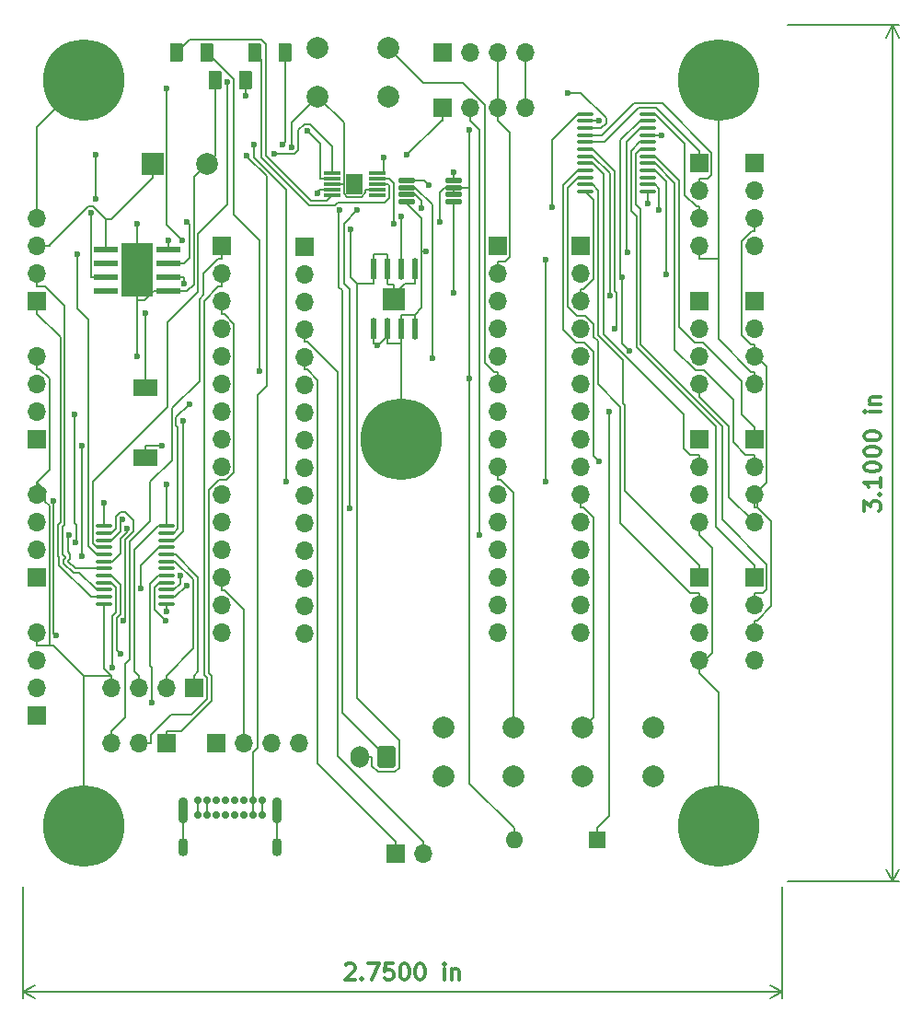
<source format=gtl>
G04 #@! TF.GenerationSoftware,KiCad,Pcbnew,8.0.7*
G04 #@! TF.CreationDate,2025-01-26T00:40:11-05:00*
G04 #@! TF.ProjectId,shadow,73686164-6f77-42e6-9b69-6361645f7063,rev?*
G04 #@! TF.SameCoordinates,Original*
G04 #@! TF.FileFunction,Copper,L1,Top*
G04 #@! TF.FilePolarity,Positive*
%FSLAX46Y46*%
G04 Gerber Fmt 4.6, Leading zero omitted, Abs format (unit mm)*
G04 Created by KiCad (PCBNEW 8.0.7) date 2025-01-26 00:40:11*
%MOMM*%
%LPD*%
G01*
G04 APERTURE LIST*
G04 Aperture macros list*
%AMRoundRect*
0 Rectangle with rounded corners*
0 $1 Rounding radius*
0 $2 $3 $4 $5 $6 $7 $8 $9 X,Y pos of 4 corners*
0 Add a 4 corners polygon primitive as box body*
4,1,4,$2,$3,$4,$5,$6,$7,$8,$9,$2,$3,0*
0 Add four circle primitives for the rounded corners*
1,1,$1+$1,$2,$3*
1,1,$1+$1,$4,$5*
1,1,$1+$1,$6,$7*
1,1,$1+$1,$8,$9*
0 Add four rect primitives between the rounded corners*
20,1,$1+$1,$2,$3,$4,$5,0*
20,1,$1+$1,$4,$5,$6,$7,0*
20,1,$1+$1,$6,$7,$8,$9,0*
20,1,$1+$1,$8,$9,$2,$3,0*%
G04 Aperture macros list end*
%ADD10C,0.300000*%
G04 #@! TA.AperFunction,NonConductor*
%ADD11C,0.300000*%
G04 #@! TD*
G04 #@! TA.AperFunction,NonConductor*
%ADD12C,0.200000*%
G04 #@! TD*
G04 #@! TA.AperFunction,SMDPad,CuDef*
%ADD13RoundRect,0.250000X-0.375000X-0.625000X0.375000X-0.625000X0.375000X0.625000X-0.375000X0.625000X0*%
G04 #@! TD*
G04 #@! TA.AperFunction,ComponentPad*
%ADD14R,1.700000X1.700000*%
G04 #@! TD*
G04 #@! TA.AperFunction,ComponentPad*
%ADD15O,1.700000X1.700000*%
G04 #@! TD*
G04 #@! TA.AperFunction,ComponentPad*
%ADD16RoundRect,0.250000X0.600000X0.750000X-0.600000X0.750000X-0.600000X-0.750000X0.600000X-0.750000X0*%
G04 #@! TD*
G04 #@! TA.AperFunction,ComponentPad*
%ADD17O,1.700000X2.000000*%
G04 #@! TD*
G04 #@! TA.AperFunction,SMDPad,CuDef*
%ADD18R,2.200000X1.500000*%
G04 #@! TD*
G04 #@! TA.AperFunction,SMDPad,CuDef*
%ADD19O,0.574000X2.038000*%
G04 #@! TD*
G04 #@! TA.AperFunction,SMDPad,CuDef*
%ADD20R,2.000000X2.000000*%
G04 #@! TD*
G04 #@! TA.AperFunction,ComponentPad*
%ADD21C,2.000000*%
G04 #@! TD*
G04 #@! TA.AperFunction,SMDPad,CuDef*
%ADD22RoundRect,0.100000X-0.637500X-0.100000X0.637500X-0.100000X0.637500X0.100000X-0.637500X0.100000X0*%
G04 #@! TD*
G04 #@! TA.AperFunction,ComponentPad*
%ADD23C,7.500000*%
G04 #@! TD*
G04 #@! TA.AperFunction,SMDPad,CuDef*
%ADD24R,1.600000X0.300000*%
G04 #@! TD*
G04 #@! TA.AperFunction,SMDPad,CuDef*
%ADD25R,1.570000X1.880000*%
G04 #@! TD*
G04 #@! TA.AperFunction,ComponentPad*
%ADD26C,0.400000*%
G04 #@! TD*
G04 #@! TA.AperFunction,SMDPad,CuDef*
%ADD27R,2.200000X0.500000*%
G04 #@! TD*
G04 #@! TA.AperFunction,SMDPad,CuDef*
%ADD28R,2.950000X4.900000*%
G04 #@! TD*
G04 #@! TA.AperFunction,ComponentPad*
%ADD29R,1.600000X1.600000*%
G04 #@! TD*
G04 #@! TA.AperFunction,ComponentPad*
%ADD30O,1.600000X1.600000*%
G04 #@! TD*
G04 #@! TA.AperFunction,ComponentPad*
%ADD31C,0.700000*%
G04 #@! TD*
G04 #@! TA.AperFunction,ComponentPad*
%ADD32O,0.900000X2.400000*%
G04 #@! TD*
G04 #@! TA.AperFunction,ComponentPad*
%ADD33O,0.900000X1.700000*%
G04 #@! TD*
G04 #@! TA.AperFunction,SMDPad,CuDef*
%ADD34RoundRect,0.060000X-0.675000X-0.180000X0.675000X-0.180000X0.675000X0.180000X-0.675000X0.180000X0*%
G04 #@! TD*
G04 #@! TA.AperFunction,ComponentPad*
%ADD35R,2.000000X2.000000*%
G04 #@! TD*
G04 #@! TA.AperFunction,ViaPad*
%ADD36C,0.600000*%
G04 #@! TD*
G04 #@! TA.AperFunction,Conductor*
%ADD37C,0.200000*%
G04 #@! TD*
G04 APERTURE END LIST*
D10*
D11*
X172155328Y-92951427D02*
X172155328Y-92022855D01*
X172155328Y-92022855D02*
X172726757Y-92522855D01*
X172726757Y-92522855D02*
X172726757Y-92308570D01*
X172726757Y-92308570D02*
X172798185Y-92165713D01*
X172798185Y-92165713D02*
X172869614Y-92094284D01*
X172869614Y-92094284D02*
X173012471Y-92022855D01*
X173012471Y-92022855D02*
X173369614Y-92022855D01*
X173369614Y-92022855D02*
X173512471Y-92094284D01*
X173512471Y-92094284D02*
X173583900Y-92165713D01*
X173583900Y-92165713D02*
X173655328Y-92308570D01*
X173655328Y-92308570D02*
X173655328Y-92737141D01*
X173655328Y-92737141D02*
X173583900Y-92879998D01*
X173583900Y-92879998D02*
X173512471Y-92951427D01*
X173512471Y-91379999D02*
X173583900Y-91308570D01*
X173583900Y-91308570D02*
X173655328Y-91379999D01*
X173655328Y-91379999D02*
X173583900Y-91451427D01*
X173583900Y-91451427D02*
X173512471Y-91379999D01*
X173512471Y-91379999D02*
X173655328Y-91379999D01*
X173655328Y-89879998D02*
X173655328Y-90737141D01*
X173655328Y-90308570D02*
X172155328Y-90308570D01*
X172155328Y-90308570D02*
X172369614Y-90451427D01*
X172369614Y-90451427D02*
X172512471Y-90594284D01*
X172512471Y-90594284D02*
X172583900Y-90737141D01*
X172155328Y-88951427D02*
X172155328Y-88808570D01*
X172155328Y-88808570D02*
X172226757Y-88665713D01*
X172226757Y-88665713D02*
X172298185Y-88594285D01*
X172298185Y-88594285D02*
X172441042Y-88522856D01*
X172441042Y-88522856D02*
X172726757Y-88451427D01*
X172726757Y-88451427D02*
X173083900Y-88451427D01*
X173083900Y-88451427D02*
X173369614Y-88522856D01*
X173369614Y-88522856D02*
X173512471Y-88594285D01*
X173512471Y-88594285D02*
X173583900Y-88665713D01*
X173583900Y-88665713D02*
X173655328Y-88808570D01*
X173655328Y-88808570D02*
X173655328Y-88951427D01*
X173655328Y-88951427D02*
X173583900Y-89094285D01*
X173583900Y-89094285D02*
X173512471Y-89165713D01*
X173512471Y-89165713D02*
X173369614Y-89237142D01*
X173369614Y-89237142D02*
X173083900Y-89308570D01*
X173083900Y-89308570D02*
X172726757Y-89308570D01*
X172726757Y-89308570D02*
X172441042Y-89237142D01*
X172441042Y-89237142D02*
X172298185Y-89165713D01*
X172298185Y-89165713D02*
X172226757Y-89094285D01*
X172226757Y-89094285D02*
X172155328Y-88951427D01*
X172155328Y-87522856D02*
X172155328Y-87379999D01*
X172155328Y-87379999D02*
X172226757Y-87237142D01*
X172226757Y-87237142D02*
X172298185Y-87165714D01*
X172298185Y-87165714D02*
X172441042Y-87094285D01*
X172441042Y-87094285D02*
X172726757Y-87022856D01*
X172726757Y-87022856D02*
X173083900Y-87022856D01*
X173083900Y-87022856D02*
X173369614Y-87094285D01*
X173369614Y-87094285D02*
X173512471Y-87165714D01*
X173512471Y-87165714D02*
X173583900Y-87237142D01*
X173583900Y-87237142D02*
X173655328Y-87379999D01*
X173655328Y-87379999D02*
X173655328Y-87522856D01*
X173655328Y-87522856D02*
X173583900Y-87665714D01*
X173583900Y-87665714D02*
X173512471Y-87737142D01*
X173512471Y-87737142D02*
X173369614Y-87808571D01*
X173369614Y-87808571D02*
X173083900Y-87879999D01*
X173083900Y-87879999D02*
X172726757Y-87879999D01*
X172726757Y-87879999D02*
X172441042Y-87808571D01*
X172441042Y-87808571D02*
X172298185Y-87737142D01*
X172298185Y-87737142D02*
X172226757Y-87665714D01*
X172226757Y-87665714D02*
X172155328Y-87522856D01*
X172155328Y-86094285D02*
X172155328Y-85951428D01*
X172155328Y-85951428D02*
X172226757Y-85808571D01*
X172226757Y-85808571D02*
X172298185Y-85737143D01*
X172298185Y-85737143D02*
X172441042Y-85665714D01*
X172441042Y-85665714D02*
X172726757Y-85594285D01*
X172726757Y-85594285D02*
X173083900Y-85594285D01*
X173083900Y-85594285D02*
X173369614Y-85665714D01*
X173369614Y-85665714D02*
X173512471Y-85737143D01*
X173512471Y-85737143D02*
X173583900Y-85808571D01*
X173583900Y-85808571D02*
X173655328Y-85951428D01*
X173655328Y-85951428D02*
X173655328Y-86094285D01*
X173655328Y-86094285D02*
X173583900Y-86237143D01*
X173583900Y-86237143D02*
X173512471Y-86308571D01*
X173512471Y-86308571D02*
X173369614Y-86380000D01*
X173369614Y-86380000D02*
X173083900Y-86451428D01*
X173083900Y-86451428D02*
X172726757Y-86451428D01*
X172726757Y-86451428D02*
X172441042Y-86380000D01*
X172441042Y-86380000D02*
X172298185Y-86308571D01*
X172298185Y-86308571D02*
X172226757Y-86237143D01*
X172226757Y-86237143D02*
X172155328Y-86094285D01*
X173655328Y-83808572D02*
X172655328Y-83808572D01*
X172155328Y-83808572D02*
X172226757Y-83880000D01*
X172226757Y-83880000D02*
X172298185Y-83808572D01*
X172298185Y-83808572D02*
X172226757Y-83737143D01*
X172226757Y-83737143D02*
X172155328Y-83808572D01*
X172155328Y-83808572D02*
X172298185Y-83808572D01*
X172655328Y-83094286D02*
X173655328Y-83094286D01*
X172798185Y-83094286D02*
X172726757Y-83022857D01*
X172726757Y-83022857D02*
X172655328Y-82880000D01*
X172655328Y-82880000D02*
X172655328Y-82665714D01*
X172655328Y-82665714D02*
X172726757Y-82522857D01*
X172726757Y-82522857D02*
X172869614Y-82451429D01*
X172869614Y-82451429D02*
X173655328Y-82451429D01*
D12*
X165117000Y-48260000D02*
X175363420Y-48260000D01*
X165117000Y-127000000D02*
X175363420Y-127000000D01*
X174777000Y-48260000D02*
X174777000Y-127000000D01*
X174777000Y-48260000D02*
X174777000Y-127000000D01*
X174777000Y-48260000D02*
X175363421Y-49386504D01*
X174777000Y-48260000D02*
X174190579Y-49386504D01*
X174777000Y-127000000D02*
X174190579Y-125873496D01*
X174777000Y-127000000D02*
X175363421Y-125873496D01*
D10*
D11*
X124442001Y-134681185D02*
X124513429Y-134609757D01*
X124513429Y-134609757D02*
X124656287Y-134538328D01*
X124656287Y-134538328D02*
X125013429Y-134538328D01*
X125013429Y-134538328D02*
X125156287Y-134609757D01*
X125156287Y-134609757D02*
X125227715Y-134681185D01*
X125227715Y-134681185D02*
X125299144Y-134824042D01*
X125299144Y-134824042D02*
X125299144Y-134966900D01*
X125299144Y-134966900D02*
X125227715Y-135181185D01*
X125227715Y-135181185D02*
X124370572Y-136038328D01*
X124370572Y-136038328D02*
X125299144Y-136038328D01*
X125942000Y-135895471D02*
X126013429Y-135966900D01*
X126013429Y-135966900D02*
X125942000Y-136038328D01*
X125942000Y-136038328D02*
X125870572Y-135966900D01*
X125870572Y-135966900D02*
X125942000Y-135895471D01*
X125942000Y-135895471D02*
X125942000Y-136038328D01*
X126513429Y-134538328D02*
X127513429Y-134538328D01*
X127513429Y-134538328D02*
X126870572Y-136038328D01*
X128799143Y-134538328D02*
X128084857Y-134538328D01*
X128084857Y-134538328D02*
X128013429Y-135252614D01*
X128013429Y-135252614D02*
X128084857Y-135181185D01*
X128084857Y-135181185D02*
X128227715Y-135109757D01*
X128227715Y-135109757D02*
X128584857Y-135109757D01*
X128584857Y-135109757D02*
X128727715Y-135181185D01*
X128727715Y-135181185D02*
X128799143Y-135252614D01*
X128799143Y-135252614D02*
X128870572Y-135395471D01*
X128870572Y-135395471D02*
X128870572Y-135752614D01*
X128870572Y-135752614D02*
X128799143Y-135895471D01*
X128799143Y-135895471D02*
X128727715Y-135966900D01*
X128727715Y-135966900D02*
X128584857Y-136038328D01*
X128584857Y-136038328D02*
X128227715Y-136038328D01*
X128227715Y-136038328D02*
X128084857Y-135966900D01*
X128084857Y-135966900D02*
X128013429Y-135895471D01*
X129799143Y-134538328D02*
X129942000Y-134538328D01*
X129942000Y-134538328D02*
X130084857Y-134609757D01*
X130084857Y-134609757D02*
X130156286Y-134681185D01*
X130156286Y-134681185D02*
X130227714Y-134824042D01*
X130227714Y-134824042D02*
X130299143Y-135109757D01*
X130299143Y-135109757D02*
X130299143Y-135466900D01*
X130299143Y-135466900D02*
X130227714Y-135752614D01*
X130227714Y-135752614D02*
X130156286Y-135895471D01*
X130156286Y-135895471D02*
X130084857Y-135966900D01*
X130084857Y-135966900D02*
X129942000Y-136038328D01*
X129942000Y-136038328D02*
X129799143Y-136038328D01*
X129799143Y-136038328D02*
X129656286Y-135966900D01*
X129656286Y-135966900D02*
X129584857Y-135895471D01*
X129584857Y-135895471D02*
X129513428Y-135752614D01*
X129513428Y-135752614D02*
X129442000Y-135466900D01*
X129442000Y-135466900D02*
X129442000Y-135109757D01*
X129442000Y-135109757D02*
X129513428Y-134824042D01*
X129513428Y-134824042D02*
X129584857Y-134681185D01*
X129584857Y-134681185D02*
X129656286Y-134609757D01*
X129656286Y-134609757D02*
X129799143Y-134538328D01*
X131227714Y-134538328D02*
X131370571Y-134538328D01*
X131370571Y-134538328D02*
X131513428Y-134609757D01*
X131513428Y-134609757D02*
X131584857Y-134681185D01*
X131584857Y-134681185D02*
X131656285Y-134824042D01*
X131656285Y-134824042D02*
X131727714Y-135109757D01*
X131727714Y-135109757D02*
X131727714Y-135466900D01*
X131727714Y-135466900D02*
X131656285Y-135752614D01*
X131656285Y-135752614D02*
X131584857Y-135895471D01*
X131584857Y-135895471D02*
X131513428Y-135966900D01*
X131513428Y-135966900D02*
X131370571Y-136038328D01*
X131370571Y-136038328D02*
X131227714Y-136038328D01*
X131227714Y-136038328D02*
X131084857Y-135966900D01*
X131084857Y-135966900D02*
X131013428Y-135895471D01*
X131013428Y-135895471D02*
X130941999Y-135752614D01*
X130941999Y-135752614D02*
X130870571Y-135466900D01*
X130870571Y-135466900D02*
X130870571Y-135109757D01*
X130870571Y-135109757D02*
X130941999Y-134824042D01*
X130941999Y-134824042D02*
X131013428Y-134681185D01*
X131013428Y-134681185D02*
X131084857Y-134609757D01*
X131084857Y-134609757D02*
X131227714Y-134538328D01*
X133513427Y-136038328D02*
X133513427Y-135038328D01*
X133513427Y-134538328D02*
X133441999Y-134609757D01*
X133441999Y-134609757D02*
X133513427Y-134681185D01*
X133513427Y-134681185D02*
X133584856Y-134609757D01*
X133584856Y-134609757D02*
X133513427Y-134538328D01*
X133513427Y-134538328D02*
X133513427Y-134681185D01*
X134227713Y-135038328D02*
X134227713Y-136038328D01*
X134227713Y-135181185D02*
X134299142Y-135109757D01*
X134299142Y-135109757D02*
X134441999Y-135038328D01*
X134441999Y-135038328D02*
X134656285Y-135038328D01*
X134656285Y-135038328D02*
X134799142Y-135109757D01*
X134799142Y-135109757D02*
X134870571Y-135252614D01*
X134870571Y-135252614D02*
X134870571Y-136038328D01*
D12*
X164617000Y-127500000D02*
X164617000Y-137746420D01*
X94767000Y-127500000D02*
X94767000Y-137746420D01*
X164617000Y-137160000D02*
X94767000Y-137160000D01*
X164617000Y-137160000D02*
X94767000Y-137160000D01*
X164617000Y-137160000D02*
X163490496Y-137746421D01*
X164617000Y-137160000D02*
X163490496Y-136573579D01*
X94767000Y-137160000D02*
X95893504Y-136573579D01*
X94767000Y-137160000D02*
X95893504Y-137746421D01*
D13*
X108877000Y-50800000D03*
X111677000Y-50800000D03*
D14*
X162052000Y-99060000D03*
D15*
X162052000Y-101600000D03*
X162052000Y-104140000D03*
X162052000Y-106680000D03*
D14*
X96037000Y-86360000D03*
D15*
X96037000Y-83820000D03*
X96037000Y-81280000D03*
X96037000Y-78740000D03*
D16*
X128230000Y-115570000D03*
D17*
X125730000Y-115570000D03*
D14*
X96037000Y-99060000D03*
D15*
X96037000Y-96520000D03*
X96037000Y-93980000D03*
X96037000Y-91440000D03*
D14*
X96037000Y-73660000D03*
D15*
X96037000Y-71120000D03*
X96037000Y-68580000D03*
X96037000Y-66040000D03*
D14*
X156972000Y-60960000D03*
D15*
X156972000Y-63500000D03*
X156972000Y-66040000D03*
X156972000Y-68580000D03*
D14*
X110490000Y-109220000D03*
D15*
X107950000Y-109220000D03*
X105410000Y-109220000D03*
X102870000Y-109220000D03*
D18*
X106019600Y-88010600D03*
X106019600Y-81610600D03*
D14*
X107950000Y-114300000D03*
D15*
X105410000Y-114300000D03*
X102870000Y-114300000D03*
D14*
X156972000Y-86360000D03*
D15*
X156972000Y-88900000D03*
X156972000Y-91440000D03*
X156972000Y-93980000D03*
D19*
X127000000Y-76200000D03*
X128270000Y-76200000D03*
X129540000Y-76200000D03*
X130810000Y-76200000D03*
X130810000Y-70662000D03*
X129540000Y-70662000D03*
X128270000Y-70662000D03*
X127000000Y-70662000D03*
D20*
X128905000Y-73431000D03*
D21*
X146277000Y-112812000D03*
X152777000Y-112812000D03*
X146277000Y-117312000D03*
X152777000Y-117312000D03*
D22*
X146514500Y-56410000D03*
X146514500Y-57060000D03*
X146514500Y-57710000D03*
X146514500Y-58360000D03*
X146514500Y-59010000D03*
X146514500Y-59660000D03*
X146514500Y-60310000D03*
X146514500Y-60960000D03*
X146514500Y-61610000D03*
X146514500Y-62260000D03*
X146514500Y-62910000D03*
X146514500Y-63560000D03*
X152239500Y-63560000D03*
X152239500Y-62910000D03*
X152239500Y-62260000D03*
X152239500Y-61610000D03*
X152239500Y-60960000D03*
X152239500Y-60310000D03*
X152239500Y-59660000D03*
X152239500Y-59010000D03*
X152239500Y-58360000D03*
X152239500Y-57710000D03*
X152239500Y-57060000D03*
X152239500Y-56410000D03*
D14*
X138430000Y-68580000D03*
D15*
X138430000Y-71120000D03*
X138430000Y-73660000D03*
X138430000Y-76200000D03*
X138430000Y-78740000D03*
X138430000Y-81280000D03*
X138430000Y-83820000D03*
X138430000Y-86360000D03*
X138430000Y-88900000D03*
X138430000Y-91440000D03*
X138430000Y-93980000D03*
X138430000Y-96520000D03*
X138430000Y-99060000D03*
X138430000Y-101600000D03*
X138430000Y-104140000D03*
D21*
X121870000Y-50328000D03*
X128370000Y-50328000D03*
X121870000Y-54828000D03*
X128370000Y-54828000D03*
D23*
X100330000Y-121920000D03*
D14*
X112557000Y-114300000D03*
D15*
X115097000Y-114300000D03*
X117637000Y-114300000D03*
X120177000Y-114300000D03*
D23*
X158750000Y-121920000D03*
D22*
X102242700Y-94316600D03*
X102242700Y-94966600D03*
X102242700Y-95616600D03*
X102242700Y-96266600D03*
X102242700Y-96916600D03*
X102242700Y-97566600D03*
X102242700Y-98216600D03*
X102242700Y-98866600D03*
X102242700Y-99516600D03*
X102242700Y-100166600D03*
X102242700Y-100816600D03*
X102242700Y-101466600D03*
X107967700Y-101466600D03*
X107967700Y-100816600D03*
X107967700Y-100166600D03*
X107967700Y-99516600D03*
X107967700Y-98866600D03*
X107967700Y-98216600D03*
X107967700Y-97566600D03*
X107967700Y-96916600D03*
X107967700Y-96266600D03*
X107967700Y-95616600D03*
X107967700Y-94966600D03*
X107967700Y-94316600D03*
D14*
X162052000Y-73660000D03*
D15*
X162052000Y-76200000D03*
X162052000Y-78740000D03*
X162052000Y-81280000D03*
D14*
X162052000Y-86360000D03*
D15*
X162052000Y-88900000D03*
X162052000Y-91440000D03*
X162052000Y-93980000D03*
D24*
X123180000Y-61865000D03*
X123180000Y-62365000D03*
X123180000Y-62865000D03*
X123180000Y-63365000D03*
X123180000Y-63865000D03*
X127380000Y-63865000D03*
X127380000Y-63365000D03*
X127380000Y-62865000D03*
X127380000Y-62365000D03*
X127380000Y-61865000D03*
D25*
X125280000Y-62865000D03*
D26*
X124830000Y-62265000D03*
X125730000Y-62265000D03*
X125280000Y-62865000D03*
X124830000Y-63465000D03*
X125730000Y-63465000D03*
D27*
X108153200Y-72669400D03*
X108153200Y-71399400D03*
X108153200Y-70129400D03*
X108153200Y-68859400D03*
X102403200Y-68859400D03*
X102403200Y-70129400D03*
X102403200Y-71399400D03*
X102403200Y-72669400D03*
D28*
X105278200Y-70764400D03*
D26*
X105928200Y-72064400D03*
X104628200Y-72064400D03*
X105928200Y-70764400D03*
X104628200Y-70764400D03*
X105928200Y-69464400D03*
X104628200Y-69464400D03*
D14*
X129057000Y-124460000D03*
D15*
X131597000Y-124460000D03*
D21*
X133427000Y-112812000D03*
X139927000Y-112812000D03*
X133427000Y-117312000D03*
X139927000Y-117312000D03*
D23*
X100330000Y-53340000D03*
D14*
X133350000Y-55855000D03*
D15*
X135890000Y-55855000D03*
X138430000Y-55855000D03*
X140970000Y-55855000D03*
D29*
X147574000Y-123190000D03*
D30*
X139954000Y-123190000D03*
D31*
X110817000Y-119495200D03*
X111667000Y-119495200D03*
X112517000Y-119495200D03*
X113367000Y-119495200D03*
X114217000Y-119495200D03*
X115067000Y-119495200D03*
X115917000Y-119495200D03*
X116767000Y-119495200D03*
X116767000Y-120845200D03*
X115917000Y-120845200D03*
X115067000Y-120845200D03*
X114217000Y-120845200D03*
X113367000Y-120845200D03*
X112517000Y-120845200D03*
X111667000Y-120845200D03*
X110817000Y-120845200D03*
D32*
X109467000Y-120475200D03*
D33*
X109467000Y-123855200D03*
D32*
X118117000Y-120475200D03*
D33*
X118117000Y-123855200D03*
D14*
X113030000Y-68580000D03*
D15*
X113030000Y-71120000D03*
X113030000Y-73660000D03*
X113030000Y-76200000D03*
X113030000Y-78740000D03*
X113030000Y-81280000D03*
X113030000Y-83820000D03*
X113030000Y-86360000D03*
X113030000Y-88900000D03*
X113030000Y-91440000D03*
X113030000Y-93980000D03*
X113030000Y-96520000D03*
X113030000Y-99060000D03*
X113030000Y-101600000D03*
X113030000Y-104140000D03*
D14*
X162052000Y-60960000D03*
D15*
X162052000Y-63500000D03*
X162052000Y-66040000D03*
X162052000Y-68580000D03*
D23*
X129540000Y-86360000D03*
D13*
X112417000Y-53340000D03*
X115217000Y-53340000D03*
D14*
X156997000Y-73660000D03*
D15*
X156997000Y-76200000D03*
X156997000Y-78740000D03*
X156997000Y-81280000D03*
D14*
X120650000Y-68610000D03*
D15*
X120650000Y-71150000D03*
X120650000Y-73690000D03*
X120650000Y-76230000D03*
X120650000Y-78770000D03*
X120650000Y-81310000D03*
X120650000Y-83850000D03*
X120650000Y-86390000D03*
X120650000Y-88930000D03*
X120650000Y-91470000D03*
X120650000Y-94010000D03*
X120650000Y-96550000D03*
X120650000Y-99090000D03*
X120650000Y-101630000D03*
X120650000Y-104170000D03*
D23*
X158750000Y-53340000D03*
D14*
X96037000Y-111760000D03*
D15*
X96037000Y-109220000D03*
X96037000Y-106680000D03*
X96037000Y-104140000D03*
D34*
X130082000Y-62525000D03*
X130082000Y-63175000D03*
X130082000Y-63825000D03*
X130082000Y-64475000D03*
X134382000Y-64475000D03*
X134382000Y-63825000D03*
X134382000Y-63175000D03*
X134382000Y-62525000D03*
D14*
X146050000Y-68580000D03*
D15*
X146050000Y-71120000D03*
X146050000Y-73660000D03*
X146050000Y-76200000D03*
X146050000Y-78740000D03*
X146050000Y-81280000D03*
X146050000Y-83820000D03*
X146050000Y-86360000D03*
X146050000Y-88900000D03*
X146050000Y-91440000D03*
X146050000Y-93980000D03*
X146050000Y-96520000D03*
X146050000Y-99060000D03*
X146050000Y-101600000D03*
X146050000Y-104140000D03*
D13*
X116097000Y-50800000D03*
X118897000Y-50800000D03*
D14*
X156972000Y-99060000D03*
D15*
X156972000Y-101600000D03*
X156972000Y-104140000D03*
X156972000Y-106680000D03*
D14*
X133350000Y-50800000D03*
D15*
X135890000Y-50800000D03*
X138430000Y-50800000D03*
X140970000Y-50800000D03*
D35*
X106683800Y-60985400D03*
D21*
X111683800Y-60985400D03*
D36*
X117837800Y-60088900D03*
X115360700Y-60206400D03*
X148666400Y-83768900D03*
X127942300Y-60383400D03*
X123906900Y-65254500D03*
X124898100Y-67004400D03*
X107967700Y-90473600D03*
X128883400Y-66481200D03*
X121852900Y-63754000D03*
X120911600Y-57981300D03*
X116558000Y-80040000D03*
X119014800Y-90212300D03*
X116044000Y-59223400D03*
X118672800Y-59223400D03*
X109604200Y-72013500D03*
X129540000Y-65860800D03*
X147788600Y-88372100D03*
X153938700Y-71144300D03*
X148764100Y-73085200D03*
X150376100Y-69104400D03*
X142827200Y-69845000D03*
X142827200Y-90215300D03*
X149243100Y-76200000D03*
X149844800Y-71383900D03*
X150550500Y-78186100D03*
X152239500Y-64669400D03*
X153298700Y-65277000D03*
X136756600Y-95173100D03*
X99005900Y-95173100D03*
X130088000Y-60170600D03*
X125519900Y-65257200D03*
X124795200Y-92710000D03*
X104321400Y-94539300D03*
X106586600Y-110577600D03*
X110074400Y-83113200D03*
X99798100Y-69349700D03*
X109433500Y-68031900D03*
X107985500Y-54077600D03*
X109818500Y-99767700D03*
X100183400Y-86955000D03*
X100183400Y-97081600D03*
X103719700Y-106053900D03*
X109216800Y-98867300D03*
X109457300Y-84590800D03*
X107884200Y-102978900D03*
X107969300Y-102172900D03*
X99571200Y-95798200D03*
X99468800Y-84026400D03*
X113554300Y-53475900D03*
X103001400Y-107308900D03*
X144908600Y-54455000D03*
X143418300Y-65024000D03*
X147773100Y-57060000D03*
X103929800Y-93688300D03*
X105630100Y-100073200D03*
X104004800Y-102997000D03*
X102242700Y-92207000D03*
X97590400Y-91987100D03*
X97791300Y-104394000D03*
X153484500Y-58384300D03*
X134382000Y-61774800D03*
X115217000Y-54728600D03*
X101001500Y-65517400D03*
X101417400Y-64260700D03*
X101417400Y-60167900D03*
X134382000Y-72873400D03*
X106019600Y-74727800D03*
X108153200Y-67997600D03*
X109847300Y-66360000D03*
X132140800Y-62992000D03*
X132406900Y-78894400D03*
X133129300Y-66328000D03*
X131403400Y-65085200D03*
X135833200Y-57856600D03*
X135833200Y-80745100D03*
X107573200Y-86940700D03*
X105278200Y-66511500D03*
X127329900Y-77730300D03*
X105278200Y-78740000D03*
X119487100Y-59497100D03*
X131805200Y-69016500D03*
D37*
X111667000Y-120845200D02*
X111667000Y-119495200D01*
X117870300Y-60121400D02*
X117837800Y-60088900D01*
X119715600Y-60121400D02*
X117870300Y-60121400D01*
X120108200Y-59728800D02*
X119715600Y-60121400D01*
X120108200Y-57897800D02*
X120108200Y-59728800D01*
X120635300Y-57370700D02*
X120108200Y-57897800D01*
X121170100Y-57370700D02*
X120635300Y-57370700D01*
X123180000Y-59380600D02*
X121170100Y-57370700D01*
X123180000Y-61865000D02*
X123180000Y-59380600D01*
X115917000Y-120845200D02*
X115917000Y-119495200D01*
X115360700Y-60326900D02*
X115360700Y-60206400D01*
X117160800Y-62127000D02*
X115360700Y-60326900D01*
X117160800Y-81422200D02*
X117160800Y-62127000D01*
X116358200Y-82224800D02*
X117160800Y-81422200D01*
X116358200Y-114667600D02*
X116358200Y-82224800D01*
X115917000Y-115108800D02*
X116358200Y-114667600D01*
X115917000Y-119495200D02*
X115917000Y-115108800D01*
X147574000Y-123190000D02*
X147574000Y-122088300D01*
X148666400Y-120995900D02*
X148666400Y-83768900D01*
X147574000Y-122088300D02*
X148666400Y-120995900D01*
X127380000Y-61865000D02*
X127784400Y-61865000D01*
X123818600Y-65342800D02*
X123906900Y-65254500D01*
X123818600Y-72330900D02*
X123818600Y-65342800D01*
X124119900Y-72632200D02*
X123818600Y-72330900D01*
X124119900Y-111459900D02*
X124119900Y-72632200D01*
X128230000Y-115570000D02*
X124119900Y-111459900D01*
X127942300Y-61707100D02*
X127942300Y-60383400D01*
X127784400Y-61865000D02*
X127942300Y-61707100D01*
X128416600Y-72129300D02*
X128270000Y-71982700D01*
X128905000Y-72129300D02*
X128416600Y-72129300D01*
X128270000Y-70662000D02*
X128270000Y-71982700D01*
X128905000Y-73431000D02*
X128905000Y-73003600D01*
X128905000Y-73003600D02*
X128905000Y-72129300D01*
X129925900Y-71982700D02*
X130810000Y-71982700D01*
X128905000Y-73003600D02*
X129925900Y-71982700D01*
X130810000Y-70662000D02*
X130810000Y-71982700D01*
X127000000Y-69341300D02*
X128270000Y-69341300D01*
X127000000Y-70662000D02*
X127000000Y-71982700D01*
X127000000Y-70662000D02*
X127000000Y-69341300D01*
X128270000Y-70662000D02*
X128270000Y-69341300D01*
X127000000Y-71982700D02*
X125470500Y-71982700D01*
X125730000Y-115570000D02*
X126881700Y-115570000D01*
X124898100Y-71410300D02*
X124898100Y-67004400D01*
X125470500Y-71982700D02*
X124898100Y-71410300D01*
X125470500Y-110111100D02*
X125470500Y-71982700D01*
X129382700Y-114023300D02*
X125470500Y-110111100D01*
X129382700Y-116548800D02*
X129382700Y-114023300D01*
X129004300Y-116927200D02*
X129382700Y-116548800D01*
X127447100Y-116927200D02*
X129004300Y-116927200D01*
X126881700Y-116361800D02*
X127447100Y-116927200D01*
X126881700Y-115570000D02*
X126881700Y-116361800D01*
X106683800Y-60985400D02*
X106683800Y-62287100D01*
X138430000Y-50800000D02*
X138430000Y-55855000D01*
X138430000Y-55855000D02*
X138430000Y-57006700D01*
X138430000Y-71120000D02*
X138430000Y-69968300D01*
X156972000Y-66040000D02*
X156972000Y-64888300D01*
X161783500Y-67191700D02*
X162052000Y-67191700D01*
X160893900Y-68081300D02*
X161783500Y-67191700D01*
X160893900Y-76718100D02*
X160893900Y-68081300D01*
X161764100Y-77588300D02*
X160893900Y-76718100D01*
X162052000Y-77588300D02*
X161764100Y-77588300D01*
X162052000Y-66040000D02*
X162052000Y-67191700D01*
X162052000Y-91440000D02*
X162052000Y-92591700D01*
X162052000Y-104140000D02*
X162052000Y-102988300D01*
X162052000Y-78164100D02*
X162052000Y-78513300D01*
X162052000Y-78740000D02*
X162052000Y-78513300D01*
X162052000Y-78164100D02*
X162052000Y-77588300D01*
X162339900Y-91186600D02*
X162339900Y-92591700D01*
X163205500Y-90321000D02*
X162339900Y-91186600D01*
X163205500Y-79666800D02*
X163205500Y-90321000D01*
X162052000Y-78513300D02*
X163205500Y-79666800D01*
X162052000Y-92591700D02*
X162339900Y-92591700D01*
X105410000Y-109220000D02*
X105410000Y-108068300D01*
X96037000Y-68580000D02*
X97188700Y-68580000D01*
X102403200Y-68859400D02*
X102403200Y-66067900D01*
X97188700Y-68460700D02*
X97188700Y-68580000D01*
X100759100Y-64890300D02*
X97188700Y-68460700D01*
X101225600Y-64890300D02*
X100759100Y-64890300D01*
X102403200Y-66067900D02*
X101225600Y-64890300D01*
X163616000Y-93867800D02*
X162339900Y-92591700D01*
X163616000Y-101692800D02*
X163616000Y-93867800D01*
X162320500Y-102988300D02*
X163616000Y-101692800D01*
X162052000Y-102988300D02*
X162320500Y-102988300D01*
X102903000Y-66067900D02*
X106683800Y-62287100D01*
X102403200Y-66067900D02*
X102903000Y-66067900D01*
X107967700Y-90473600D02*
X107967700Y-94316600D01*
X152902500Y-56410000D02*
X152239500Y-56410000D01*
X155679900Y-59187400D02*
X152902500Y-56410000D01*
X155679900Y-63864700D02*
X155679900Y-59187400D01*
X156703500Y-64888300D02*
X155679900Y-63864700D01*
X156972000Y-64888300D02*
X156703500Y-64888300D01*
X139168400Y-69968300D02*
X138430000Y-69968300D01*
X139581700Y-69555000D02*
X139168400Y-69968300D01*
X139581700Y-58158400D02*
X139581700Y-69555000D01*
X138430000Y-57006700D02*
X139581700Y-58158400D01*
X107227300Y-94316600D02*
X107967700Y-94316600D01*
X105023600Y-96520300D02*
X107227300Y-94316600D01*
X105023600Y-107681900D02*
X105023600Y-96520300D01*
X105410000Y-108068300D02*
X105023600Y-107681900D01*
X127380000Y-62365000D02*
X128481700Y-62365000D01*
X128883400Y-62766700D02*
X128883400Y-66481200D01*
X128481700Y-62365000D02*
X128883400Y-62766700D01*
X123180000Y-63365000D02*
X122078300Y-63365000D01*
X121852900Y-63590400D02*
X121852900Y-63754000D01*
X122078300Y-63365000D02*
X121852900Y-63590400D01*
X122078300Y-59148000D02*
X120911600Y-57981300D01*
X122078300Y-62365000D02*
X122078300Y-59148000D01*
X123180000Y-62365000D02*
X122078300Y-62365000D01*
X111730900Y-50800000D02*
X111677000Y-50800000D01*
X114181700Y-53250800D02*
X111730900Y-50800000D01*
X114181700Y-65681300D02*
X114181700Y-53250800D01*
X116558000Y-68057600D02*
X114181700Y-65681300D01*
X116558000Y-80040000D02*
X116558000Y-68057600D01*
X110059100Y-49617900D02*
X108877000Y-50800000D01*
X116696500Y-49617900D02*
X110059100Y-49617900D01*
X117107600Y-50029000D02*
X116696500Y-49617900D01*
X117107600Y-60221200D02*
X117107600Y-50029000D01*
X121246600Y-64360200D02*
X117107600Y-60221200D01*
X122684800Y-64360200D02*
X121246600Y-64360200D01*
X123180000Y-63865000D02*
X122684800Y-64360200D01*
X116705900Y-51408900D02*
X116097000Y-50800000D01*
X116705900Y-60460000D02*
X116705900Y-51408900D01*
X121072400Y-64826500D02*
X116705900Y-60460000D01*
X123453600Y-64826500D02*
X121072400Y-64826500D01*
X123719900Y-64560200D02*
X123453600Y-64826500D01*
X128076700Y-64560200D02*
X123719900Y-64560200D01*
X128481700Y-64155200D02*
X128076700Y-64560200D01*
X128481700Y-63002700D02*
X128481700Y-64155200D01*
X128344000Y-62865000D02*
X128481700Y-63002700D01*
X127380000Y-62865000D02*
X128344000Y-62865000D01*
X118897000Y-58999200D02*
X118672800Y-59223400D01*
X118897000Y-50800000D02*
X118897000Y-58999200D01*
X119014800Y-63411400D02*
X119014800Y-90212300D01*
X116044000Y-60440600D02*
X119014800Y-63411400D01*
X116044000Y-59223400D02*
X116044000Y-60440600D01*
X108153200Y-71399400D02*
X109554900Y-71399400D01*
X109554900Y-71964200D02*
X109604200Y-72013500D01*
X109554900Y-71399400D02*
X109554900Y-71964200D01*
X129540000Y-70662000D02*
X129540000Y-69341300D01*
X129540000Y-69341300D02*
X129540000Y-65860800D01*
X156972000Y-60960000D02*
X156972000Y-59808300D01*
X153032400Y-55868700D02*
X156972000Y-59808300D01*
X151420800Y-55868700D02*
X153032400Y-55868700D01*
X148279500Y-59010000D02*
X151420800Y-55868700D01*
X146514500Y-59010000D02*
X148279500Y-59010000D01*
X156972000Y-63500000D02*
X156972000Y-62348300D01*
X157786500Y-62348300D02*
X156972000Y-62348300D01*
X158123700Y-62011100D02*
X157786500Y-62348300D01*
X158123700Y-59966300D02*
X158123700Y-62011100D01*
X153615600Y-55458200D02*
X158123700Y-59966300D01*
X150944200Y-55458200D02*
X153615600Y-55458200D01*
X148042400Y-58360000D02*
X150944200Y-55458200D01*
X146514500Y-58360000D02*
X148042400Y-58360000D01*
X113030000Y-73660000D02*
X113030000Y-74811700D01*
X107950000Y-114300000D02*
X107950000Y-113148300D01*
X113030000Y-74811800D02*
X113030000Y-74811700D01*
X113270600Y-74811800D02*
X113030000Y-74811800D01*
X114181700Y-75722900D02*
X113270600Y-74811800D01*
X114181700Y-89377100D02*
X114181700Y-75722900D01*
X113507100Y-90051700D02*
X114181700Y-89377100D01*
X112776400Y-90051700D02*
X113507100Y-90051700D01*
X111841300Y-90986800D02*
X112776400Y-90051700D01*
X111841300Y-107852400D02*
X111841300Y-90986800D01*
X112092400Y-108103500D02*
X111841300Y-107852400D01*
X112092400Y-110392800D02*
X112092400Y-108103500D01*
X109336900Y-113148300D02*
X112092400Y-110392800D01*
X107950000Y-113148300D02*
X109336900Y-113148300D01*
X120918500Y-79921700D02*
X120650000Y-79921700D01*
X121898500Y-80901700D02*
X120918500Y-79921700D01*
X121898500Y-116149800D02*
X121898500Y-80901700D01*
X129057000Y-123308300D02*
X121898500Y-116149800D01*
X129057000Y-124460000D02*
X129057000Y-123308300D01*
X120650000Y-78770000D02*
X120650000Y-79921700D01*
X113030000Y-71120000D02*
X113030000Y-72271700D01*
X105410000Y-114300000D02*
X106561700Y-114300000D01*
X112742000Y-72271700D02*
X113030000Y-72271700D01*
X111417400Y-73596300D02*
X112742000Y-72271700D01*
X111417400Y-108020700D02*
X111417400Y-73596300D01*
X111690700Y-108294000D02*
X111417400Y-108020700D01*
X111690700Y-110226500D02*
X111690700Y-108294000D01*
X110245800Y-111671400D02*
X111690700Y-110226500D01*
X108398500Y-111671400D02*
X110245800Y-111671400D01*
X106561700Y-113508200D02*
X108398500Y-111671400D01*
X106561700Y-114300000D02*
X106561700Y-113508200D01*
X131597000Y-124460000D02*
X131597000Y-123308300D01*
X120650000Y-76230000D02*
X120650000Y-77381700D01*
X123711500Y-115422800D02*
X131597000Y-123308300D01*
X123711500Y-80174700D02*
X123711500Y-115422800D01*
X120918500Y-77381700D02*
X123711500Y-80174700D01*
X120650000Y-77381700D02*
X120918500Y-77381700D01*
X113030000Y-68580000D02*
X113030000Y-69731700D01*
X102870000Y-114300000D02*
X102870000Y-113148300D01*
X112732000Y-69731700D02*
X113030000Y-69731700D01*
X111393000Y-71070700D02*
X112732000Y-69731700D01*
X111393000Y-73016900D02*
X111393000Y-71070700D01*
X110991300Y-73418600D02*
X111393000Y-73016900D01*
X110991300Y-80950600D02*
X110991300Y-73418600D01*
X108453800Y-83488100D02*
X110991300Y-80950600D01*
X108453800Y-88257400D02*
X108453800Y-83488100D01*
X106456200Y-90255000D02*
X108453800Y-88257400D01*
X106456200Y-93866900D02*
X106456200Y-90255000D01*
X104606600Y-95716500D02*
X106456200Y-93866900D01*
X104606600Y-106545000D02*
X104606600Y-95716500D01*
X104140000Y-107011600D02*
X104606600Y-106545000D01*
X104140000Y-111878300D02*
X104140000Y-107011600D01*
X102870000Y-113148300D02*
X104140000Y-111878300D01*
X131569800Y-53527800D02*
X128370000Y-50328000D01*
X135253300Y-53527800D02*
X131569800Y-53527800D01*
X137278300Y-55552800D02*
X135253300Y-53527800D01*
X137278300Y-79264600D02*
X137278300Y-55552800D01*
X138142000Y-80128300D02*
X137278300Y-79264600D01*
X138430000Y-80128300D02*
X138142000Y-80128300D01*
X138430000Y-81280000D02*
X138430000Y-80128300D01*
X138430000Y-88900000D02*
X138430000Y-90051700D01*
X139927000Y-91260800D02*
X139927000Y-112812000D01*
X138717900Y-90051700D02*
X139927000Y-91260800D01*
X138430000Y-90051700D02*
X138717900Y-90051700D01*
X147233500Y-111855500D02*
X146277000Y-112812000D01*
X147233500Y-93487300D02*
X147233500Y-111855500D01*
X146337900Y-92591700D02*
X147233500Y-93487300D01*
X146050000Y-92591700D02*
X146337900Y-92591700D01*
X146050000Y-91440000D02*
X146050000Y-92591700D01*
X156972000Y-101600000D02*
X156972000Y-100448300D01*
X145855400Y-62260000D02*
X146514500Y-62260000D01*
X144884200Y-63231200D02*
X145855400Y-62260000D01*
X144884200Y-74164000D02*
X144884200Y-63231200D01*
X145703900Y-74983700D02*
X144884200Y-74164000D01*
X146479000Y-74983700D02*
X145703900Y-74983700D01*
X147253900Y-75758600D02*
X146479000Y-74983700D01*
X147253900Y-76902100D02*
X147253900Y-75758600D01*
X147656500Y-77304700D02*
X147253900Y-76902100D01*
X147656500Y-81272100D02*
X147656500Y-77304700D01*
X149751800Y-83367400D02*
X147656500Y-81272100D01*
X149751800Y-94042600D02*
X149751800Y-83367400D01*
X156157500Y-100448300D02*
X149751800Y-94042600D01*
X156972000Y-100448300D02*
X156157500Y-100448300D01*
X162052000Y-99060000D02*
X162052000Y-97908300D01*
X158527200Y-94383500D02*
X162052000Y-97908300D01*
X158527200Y-85171200D02*
X158527200Y-94383500D01*
X151204400Y-77848400D02*
X158527200Y-85171200D01*
X151204400Y-65802400D02*
X151204400Y-77848400D01*
X150747500Y-65345500D02*
X151204400Y-65802400D01*
X150747500Y-59790400D02*
X150747500Y-65345500D01*
X151527900Y-59010000D02*
X150747500Y-59790400D01*
X152239500Y-59010000D02*
X151527900Y-59010000D01*
X162052000Y-101600000D02*
X162052000Y-100448300D01*
X162843800Y-100448300D02*
X162052000Y-100448300D01*
X163203700Y-100088400D02*
X162843800Y-100448300D01*
X163203700Y-97826400D02*
X163203700Y-100088400D01*
X159096200Y-93718900D02*
X163203700Y-97826400D01*
X159096200Y-85134700D02*
X159096200Y-93718900D01*
X151607600Y-77646100D02*
X159096200Y-85134700D01*
X151607600Y-65156900D02*
X151607600Y-77646100D01*
X151174300Y-64723600D02*
X151607600Y-65156900D01*
X151174300Y-60041700D02*
X151174300Y-64723600D01*
X151556000Y-59660000D02*
X151174300Y-60041700D01*
X152239500Y-59660000D02*
X151556000Y-59660000D01*
X147227800Y-87811300D02*
X147788600Y-88372100D01*
X147227800Y-78245700D02*
X147227800Y-87811300D01*
X146452100Y-77470000D02*
X147227800Y-78245700D01*
X145650200Y-77470000D02*
X146452100Y-77470000D01*
X144461700Y-76281500D02*
X145650200Y-77470000D01*
X144461700Y-62949800D02*
X144461700Y-76281500D01*
X145801500Y-61610000D02*
X144461700Y-62949800D01*
X146514500Y-61610000D02*
X145801500Y-61610000D01*
X152917300Y-61610000D02*
X152239500Y-61610000D01*
X153938700Y-62631400D02*
X152917300Y-61610000D01*
X153938700Y-71144300D02*
X153938700Y-62631400D01*
X148764100Y-61861200D02*
X148764100Y-73085200D01*
X147212900Y-60310000D02*
X148764100Y-61861200D01*
X146514500Y-60310000D02*
X147212900Y-60310000D01*
X162052000Y-86360000D02*
X162052000Y-85208300D01*
X152915600Y-60310000D02*
X152239500Y-60310000D01*
X155143800Y-62538200D02*
X152915600Y-60310000D01*
X155143800Y-76015300D02*
X155143800Y-62538200D01*
X156598500Y-77470000D02*
X155143800Y-76015300D01*
X157365600Y-77470000D02*
X156598500Y-77470000D01*
X160900300Y-81004700D02*
X157365600Y-77470000D01*
X160900300Y-84056600D02*
X160900300Y-81004700D01*
X162052000Y-85208300D02*
X160900300Y-84056600D01*
X162052000Y-88900000D02*
X162052000Y-87748300D01*
X152941100Y-60960000D02*
X152239500Y-60960000D01*
X154742100Y-62761000D02*
X152941100Y-60960000D01*
X154742100Y-78115200D02*
X154742100Y-62761000D01*
X156636900Y-80010000D02*
X154742100Y-78115200D01*
X157387500Y-80010000D02*
X156636900Y-80010000D01*
X160101300Y-82723800D02*
X157387500Y-80010000D01*
X160101300Y-86612100D02*
X160101300Y-82723800D01*
X161237500Y-87748300D02*
X160101300Y-86612100D01*
X162052000Y-87748300D02*
X161237500Y-87748300D01*
X142827200Y-90215300D02*
X142827200Y-69845000D01*
X150321000Y-69049300D02*
X150376100Y-69104400D01*
X150321000Y-58969600D02*
X150321000Y-69049300D01*
X151580600Y-57710000D02*
X150321000Y-58969600D01*
X152239500Y-57710000D02*
X151580600Y-57710000D01*
X149371400Y-76071700D02*
X149243100Y-76200000D01*
X149371400Y-72841600D02*
X149371400Y-76071700D01*
X149243100Y-72713300D02*
X149371400Y-72841600D01*
X149243100Y-61727100D02*
X149243100Y-72713300D01*
X147176000Y-59660000D02*
X149243100Y-61727100D01*
X146514500Y-59660000D02*
X147176000Y-59660000D01*
X156972000Y-88900000D02*
X156972000Y-87748300D01*
X156157500Y-87748300D02*
X156972000Y-87748300D01*
X155582200Y-87173000D02*
X156157500Y-87748300D01*
X155582200Y-84068900D02*
X155582200Y-87173000D01*
X148147300Y-76634000D02*
X155582200Y-84068900D01*
X148147300Y-61936600D02*
X148147300Y-76634000D01*
X147170700Y-60960000D02*
X148147300Y-61936600D01*
X146514500Y-60960000D02*
X147170700Y-60960000D01*
X156972000Y-99060000D02*
X156972000Y-97908300D01*
X150153500Y-91089800D02*
X156972000Y-97908300D01*
X150153500Y-83201100D02*
X150153500Y-91089800D01*
X149950900Y-82998500D02*
X150153500Y-83201100D01*
X149950900Y-79005600D02*
X149950900Y-82998500D01*
X149950800Y-79005600D02*
X149950900Y-79005600D01*
X147707700Y-76762500D02*
X149950800Y-79005600D01*
X147707700Y-63443400D02*
X147707700Y-76762500D01*
X147174300Y-62910000D02*
X147707700Y-63443400D01*
X146514500Y-62910000D02*
X147174300Y-62910000D01*
X149844800Y-77480400D02*
X150550500Y-78186100D01*
X149844800Y-71383900D02*
X149844800Y-77480400D01*
X149754100Y-71293200D02*
X149844800Y-71383900D01*
X149754100Y-58842700D02*
X149754100Y-71293200D01*
X151536800Y-57060000D02*
X149754100Y-58842700D01*
X152239500Y-57060000D02*
X151536800Y-57060000D01*
X152239500Y-63560000D02*
X152239500Y-64669400D01*
X153298700Y-63270000D02*
X153298700Y-65277000D01*
X152938700Y-62910000D02*
X153298700Y-63270000D01*
X152239500Y-62910000D02*
X152938700Y-62910000D01*
X135890000Y-55855000D02*
X135890000Y-57006700D01*
X136756600Y-57873300D02*
X136756600Y-95173100D01*
X135890000Y-57006700D02*
X136756600Y-57873300D01*
X98927000Y-95252000D02*
X99005900Y-95173100D01*
X98927000Y-96673900D02*
X98927000Y-95252000D01*
X99122700Y-96869600D02*
X98927000Y-96673900D01*
X99122700Y-97354400D02*
X99122700Y-96869600D01*
X98949700Y-97527400D02*
X99122700Y-97354400D01*
X98949700Y-97610000D02*
X98949700Y-97527400D01*
X99556300Y-98216600D02*
X98949700Y-97610000D01*
X102242700Y-98216600D02*
X99556300Y-98216600D01*
X102980800Y-97566600D02*
X102242700Y-97566600D01*
X103704300Y-96843100D02*
X102980800Y-97566600D01*
X103704300Y-95469800D02*
X103704300Y-96843100D01*
X104321400Y-94852700D02*
X103704300Y-95469800D01*
X104321400Y-94539300D02*
X104321400Y-94852700D01*
X124795200Y-72539300D02*
X124795200Y-92710000D01*
X124270000Y-72014100D02*
X124795200Y-72539300D01*
X124270000Y-66507100D02*
X124270000Y-72014100D01*
X125519900Y-65257200D02*
X124270000Y-66507100D01*
X133350000Y-55855000D02*
X133350000Y-57006700D01*
X133251900Y-57006700D02*
X130088000Y-60170600D01*
X133350000Y-57006700D02*
X133251900Y-57006700D01*
X106586600Y-107282200D02*
X106586600Y-110577600D01*
X106466300Y-107161900D02*
X106586600Y-107282200D01*
X106466300Y-99633300D02*
X106466300Y-107161900D01*
X107233000Y-98866600D02*
X106466300Y-99633300D01*
X107967700Y-98866600D02*
X107233000Y-98866600D01*
X108855500Y-84332100D02*
X110074400Y-83113200D01*
X108855500Y-85060000D02*
X108855500Y-84332100D01*
X109021700Y-85226200D02*
X108855500Y-85060000D01*
X109021700Y-94568800D02*
X109021700Y-85226200D01*
X108623900Y-94966600D02*
X109021700Y-94568800D01*
X107967700Y-94966600D02*
X108623900Y-94966600D01*
X96037000Y-73660000D02*
X96037000Y-74811700D01*
X101020300Y-100816600D02*
X102242700Y-100816600D01*
X98105000Y-97901300D02*
X101020300Y-100816600D01*
X98105000Y-97236100D02*
X98105000Y-97901300D01*
X98105100Y-97236000D02*
X98105000Y-97236100D01*
X98105100Y-97161800D02*
X98105100Y-97236000D01*
X97992100Y-97048800D02*
X98105100Y-97161800D01*
X97992100Y-94176500D02*
X97992100Y-97048800D01*
X98192900Y-93975700D02*
X97992100Y-94176500D01*
X98192900Y-76967600D02*
X98192900Y-93975700D01*
X96037000Y-74811700D02*
X98192900Y-76967600D01*
X99798100Y-74297800D02*
X99798100Y-69349700D01*
X100801500Y-75301200D02*
X99798100Y-74297800D01*
X100801500Y-89258100D02*
X100801500Y-75301200D01*
X100744900Y-89314700D02*
X100801500Y-89258100D01*
X100744900Y-96129800D02*
X100744900Y-89314700D01*
X101531700Y-96916600D02*
X100744900Y-96129800D01*
X102242700Y-96916600D02*
X101531700Y-96916600D01*
X107985500Y-66583900D02*
X107985500Y-54077600D01*
X109433500Y-68031900D02*
X107985500Y-66583900D01*
X96037000Y-71120000D02*
X96037000Y-72271700D01*
X101506200Y-100166600D02*
X102242700Y-100166600D01*
X99957900Y-98618300D02*
X101506200Y-100166600D01*
X99390000Y-98618300D02*
X99957900Y-98618300D01*
X98506700Y-97735000D02*
X99390000Y-98618300D01*
X98506700Y-97402400D02*
X98506700Y-97735000D01*
X98668900Y-97240200D02*
X98506700Y-97402400D01*
X98668900Y-97157600D02*
X98668900Y-97240200D01*
X98393800Y-96882500D02*
X98668900Y-97157600D01*
X98393800Y-94396700D02*
X98393800Y-96882500D01*
X98594600Y-94195900D02*
X98393800Y-94396700D01*
X98594600Y-74037400D02*
X98594600Y-94195900D01*
X96828900Y-72271700D02*
X98594600Y-74037400D01*
X96037000Y-72271700D02*
X96828900Y-72271700D01*
X108769600Y-100816600D02*
X109818500Y-99767700D01*
X107967700Y-100816600D02*
X108769600Y-100816600D01*
X100183400Y-97081600D02*
X100183400Y-86955000D01*
X103403100Y-105737300D02*
X103719700Y-106053900D01*
X103403100Y-102747900D02*
X103403100Y-105737300D01*
X103719700Y-102431300D02*
X103403100Y-102747900D01*
X103719700Y-99670400D02*
X103719700Y-102431300D01*
X102915900Y-98866600D02*
X103719700Y-99670400D01*
X102242700Y-98866600D02*
X102915900Y-98866600D01*
X109216800Y-99579100D02*
X109216800Y-98867300D01*
X108629300Y-100166600D02*
X109216800Y-99579100D01*
X107967700Y-100166600D02*
X108629300Y-100166600D01*
X109457300Y-94821900D02*
X109457300Y-84590800D01*
X108662600Y-95616600D02*
X109457300Y-94821900D01*
X107967700Y-95616600D02*
X108662600Y-95616600D01*
X106883700Y-101978400D02*
X107884200Y-102978900D01*
X106883700Y-99944400D02*
X106883700Y-101978400D01*
X107311500Y-99516600D02*
X106883700Y-99944400D01*
X107967700Y-99516600D02*
X107311500Y-99516600D01*
X110440000Y-105578300D02*
X107950000Y-108068300D01*
X110440000Y-99232500D02*
X110440000Y-105578300D01*
X108774100Y-97566600D02*
X110440000Y-99232500D01*
X107967700Y-97566600D02*
X108774100Y-97566600D01*
X107950000Y-109220000D02*
X107950000Y-108068300D01*
X99667600Y-95701800D02*
X99571200Y-95798200D01*
X99667600Y-94193600D02*
X99667600Y-95701800D01*
X99468800Y-93994800D02*
X99667600Y-94193600D01*
X99468800Y-84026400D02*
X99468800Y-93994800D01*
X107967700Y-102171300D02*
X107969300Y-102172900D01*
X107967700Y-101466600D02*
X107967700Y-102171300D01*
X110490000Y-109220000D02*
X110490000Y-108068300D01*
X108789300Y-96916600D02*
X107967700Y-96916600D01*
X110891700Y-99019000D02*
X108789300Y-96916600D01*
X110891700Y-107666600D02*
X110891700Y-99019000D01*
X110490000Y-108068300D02*
X110891700Y-107666600D01*
X113554300Y-64747500D02*
X113554300Y-53475900D01*
X110871700Y-67430100D02*
X113554300Y-64747500D01*
X110871700Y-72770000D02*
X110871700Y-67430100D01*
X108053600Y-75588100D02*
X110871700Y-72770000D01*
X108053600Y-83320300D02*
X108053600Y-75588100D01*
X101195300Y-90178600D02*
X108053600Y-83320300D01*
X101195300Y-95892700D02*
X101195300Y-90178600D01*
X101569200Y-96266600D02*
X101195300Y-95892700D01*
X102242700Y-96266600D02*
X101569200Y-96266600D01*
X103001400Y-102581600D02*
X103001400Y-107308900D01*
X103318000Y-102265000D02*
X103001400Y-102581600D01*
X103318000Y-99935700D02*
X103318000Y-102265000D01*
X102898900Y-99516600D02*
X103318000Y-99935700D01*
X102242700Y-99516600D02*
X102898900Y-99516600D01*
X147974700Y-57710000D02*
X146514500Y-57710000D01*
X148426400Y-57258300D02*
X147974700Y-57710000D01*
X148426400Y-56813600D02*
X148426400Y-57258300D01*
X146067800Y-54455000D02*
X148426400Y-56813600D01*
X144908600Y-54455000D02*
X146067800Y-54455000D01*
X143418300Y-58816500D02*
X143418300Y-65024000D01*
X145824800Y-56410000D02*
X143418300Y-58816500D01*
X146514500Y-56410000D02*
X145824800Y-56410000D01*
X146514500Y-57060000D02*
X147773100Y-57060000D01*
X102930700Y-95616600D02*
X102242700Y-95616600D01*
X103719700Y-94827600D02*
X102930700Y-95616600D01*
X103719700Y-93898400D02*
X103719700Y-94827600D01*
X103929800Y-93688300D02*
X103719700Y-93898400D01*
X105630100Y-97903400D02*
X105630100Y-100073200D01*
X107266900Y-96266600D02*
X105630100Y-97903400D01*
X107967700Y-96266600D02*
X107266900Y-96266600D01*
X102898900Y-94966600D02*
X102242700Y-94966600D01*
X103304300Y-94561200D02*
X102898900Y-94966600D01*
X103304300Y-93457200D02*
X103304300Y-94561200D01*
X103716400Y-93045100D02*
X103304300Y-93457200D01*
X104180500Y-93045100D02*
X103716400Y-93045100D01*
X104923200Y-93787800D02*
X104180500Y-93045100D01*
X104923200Y-94829700D02*
X104923200Y-93787800D01*
X104164700Y-95588200D02*
X104923200Y-94829700D01*
X104164700Y-102837100D02*
X104164700Y-95588200D01*
X104004800Y-102997000D02*
X104164700Y-102837100D01*
X102242700Y-94316600D02*
X102242700Y-92207000D01*
X97590400Y-104193100D02*
X97590400Y-91987100D01*
X97791300Y-104394000D02*
X97590400Y-104193100D01*
X152263800Y-58384300D02*
X153484500Y-58384300D01*
X152239500Y-58360000D02*
X152263800Y-58384300D01*
X134382000Y-62525000D02*
X134382000Y-61774800D01*
X115217000Y-53340000D02*
X115217000Y-54728600D01*
X102403200Y-71399400D02*
X101001500Y-71399400D01*
X101001500Y-71399400D02*
X101001500Y-65517400D01*
X101417400Y-60167900D02*
X101417400Y-64260700D01*
X134382000Y-64475000D02*
X134382000Y-72873400D01*
X106019600Y-81610600D02*
X106019600Y-74727800D01*
X118117000Y-123855200D02*
X118117000Y-120475200D01*
X109467000Y-123855200D02*
X109467000Y-120475200D01*
X108153200Y-68859400D02*
X108153200Y-67997600D01*
X108153200Y-70129400D02*
X109554900Y-70129400D01*
X110068300Y-66581000D02*
X109847300Y-66360000D01*
X110068300Y-69616000D02*
X110068300Y-66581000D01*
X109554900Y-70129400D02*
X110068300Y-69616000D01*
X131673800Y-62525000D02*
X132140800Y-62992000D01*
X130082000Y-62525000D02*
X131673800Y-62525000D01*
X132406900Y-64721700D02*
X132406900Y-78894400D01*
X130860200Y-63175000D02*
X132406900Y-64721700D01*
X130082000Y-63175000D02*
X130860200Y-63175000D01*
X134382000Y-63175000D02*
X134382000Y-63825000D01*
X139954000Y-123190000D02*
X139954000Y-122088300D01*
X135833200Y-63175000D02*
X134382000Y-63175000D01*
X135833200Y-63175000D02*
X135833200Y-57856600D01*
X106037800Y-86940700D02*
X106019600Y-86958900D01*
X107573200Y-86940700D02*
X106037800Y-86940700D01*
X106019600Y-88010600D02*
X106019600Y-86958900D01*
X135833200Y-63175000D02*
X135833200Y-80745100D01*
X135833200Y-117967500D02*
X139954000Y-122088300D01*
X135833200Y-80745100D02*
X135833200Y-117967500D01*
X131403400Y-64429500D02*
X131403400Y-65085200D01*
X130798900Y-63825000D02*
X131403400Y-64429500D01*
X130082000Y-63825000D02*
X130798900Y-63825000D01*
X133570300Y-63175000D02*
X134382000Y-63175000D01*
X133129300Y-63616000D02*
X133570300Y-63175000D01*
X133129300Y-66328000D02*
X133129300Y-63616000D01*
X112417000Y-60252200D02*
X112417000Y-53340000D01*
X111683800Y-60985400D02*
X112417000Y-60252200D01*
X110817000Y-120845200D02*
X110817000Y-119495200D01*
X116767000Y-120845200D02*
X116767000Y-119495200D01*
X105904800Y-73516100D02*
X106751500Y-72669400D01*
X105278200Y-73516100D02*
X105904800Y-73516100D01*
X105278200Y-70764400D02*
X105278200Y-73516100D01*
X140970000Y-50800000D02*
X140970000Y-55855000D01*
X115097000Y-101990800D02*
X115097000Y-114300000D01*
X113317900Y-100211700D02*
X115097000Y-101990800D01*
X113030000Y-100211700D02*
X113317900Y-100211700D01*
X113030000Y-99060000D02*
X113030000Y-100211700D01*
X146050000Y-73660000D02*
X146050000Y-72508300D01*
X102870000Y-109220000D02*
X102870000Y-108068300D01*
X158750000Y-109609700D02*
X156972000Y-107831700D01*
X158750000Y-121920000D02*
X158750000Y-109609700D01*
X129540000Y-76200000D02*
X129540000Y-74879300D01*
X129540000Y-77520700D02*
X128270000Y-77520700D01*
X129540000Y-86360000D02*
X129540000Y-77520700D01*
X129540000Y-77520700D02*
X129540000Y-76200000D01*
X128270000Y-76200000D02*
X128270000Y-76860300D01*
X128270000Y-76860300D02*
X128270000Y-77520700D01*
X127000000Y-76200000D02*
X127000000Y-77520700D01*
X130810000Y-76200000D02*
X130810000Y-74879300D01*
X96037000Y-104140000D02*
X96037000Y-105291700D01*
X96037000Y-57633000D02*
X100330000Y-53340000D01*
X96037000Y-66040000D02*
X96037000Y-57633000D01*
X96037000Y-78740000D02*
X96037000Y-79891700D01*
X96037000Y-91440000D02*
X96037000Y-90288300D01*
X158154000Y-105999400D02*
X156972000Y-107181400D01*
X158154000Y-96313700D02*
X158154000Y-105999400D01*
X156972000Y-95131700D02*
X158154000Y-96313700D01*
X156972000Y-106680000D02*
X156972000Y-107181400D01*
X156972000Y-107181400D02*
X156972000Y-107831700D01*
X156972000Y-93980000D02*
X156972000Y-95131700D01*
X162052000Y-81280000D02*
X162052000Y-80128300D01*
X156972000Y-68580000D02*
X156972000Y-69731700D01*
X105278200Y-70764400D02*
X105278200Y-66511500D01*
X127609600Y-77520700D02*
X127329900Y-77520700D01*
X128270000Y-76860300D02*
X127609600Y-77520700D01*
X127329900Y-77520700D02*
X127000000Y-77520700D01*
X127329900Y-77730300D02*
X127329900Y-77520700D01*
X105278200Y-73516100D02*
X105278200Y-78740000D01*
X108067400Y-72669400D02*
X106751500Y-72669400D01*
X108067400Y-72669400D02*
X108153200Y-72669400D01*
X102242700Y-107441000D02*
X102870000Y-108068300D01*
X102242700Y-101466600D02*
X102242700Y-107441000D01*
X158750000Y-69731700D02*
X158750000Y-53340000D01*
X158750000Y-77114200D02*
X158750000Y-69731700D01*
X161764100Y-80128300D02*
X158750000Y-77114200D01*
X162052000Y-80128300D02*
X161764100Y-80128300D01*
X158750000Y-69731700D02*
X156972000Y-69731700D01*
X124281700Y-62863500D02*
X124280200Y-62865000D01*
X124281700Y-57239700D02*
X124281700Y-62863500D01*
X121870000Y-54828000D02*
X124281700Y-57239700D01*
X130810000Y-74879300D02*
X129540000Y-74879300D01*
X156997000Y-81280000D02*
X156997000Y-82431700D01*
X96037000Y-105291700D02*
X97188700Y-105291700D01*
X97188700Y-89136600D02*
X96037000Y-90288300D01*
X97188700Y-80774900D02*
X97188700Y-89136600D01*
X96305500Y-79891700D02*
X97188700Y-80774900D01*
X96037000Y-79891700D02*
X96305500Y-79891700D01*
X124180100Y-62865000D02*
X124280000Y-62865000D01*
X123180000Y-62865000D02*
X124180100Y-62865000D01*
X124280000Y-62865000D02*
X124280200Y-62865000D01*
X127380000Y-63365000D02*
X126278300Y-63365000D01*
X131451300Y-69016500D02*
X131805200Y-69016500D01*
X131451300Y-74238000D02*
X131451300Y-69016500D01*
X130810000Y-74879300D02*
X131451300Y-74238000D01*
X97188700Y-92460200D02*
X97188700Y-105291700D01*
X96787900Y-92059400D02*
X97188700Y-92460200D01*
X96787900Y-91228600D02*
X96787900Y-92059400D01*
X96841300Y-91175200D02*
X96787900Y-91228600D01*
X96841300Y-91092600D02*
X96841300Y-91175200D01*
X96037000Y-90288300D02*
X96841300Y-91092600D01*
X131451300Y-65983900D02*
X131451300Y-69016500D01*
X130082000Y-64614600D02*
X131451300Y-65983900D01*
X130082000Y-64475000D02*
X130082000Y-64614600D01*
X159699600Y-85134300D02*
X156997000Y-82431700D01*
X159699600Y-91627600D02*
X159699600Y-85134300D01*
X162052000Y-93980000D02*
X159699600Y-91627600D01*
X119487100Y-57210900D02*
X119487100Y-59497100D01*
X121870000Y-54828000D02*
X119487100Y-57210900D01*
X124305000Y-62889800D02*
X124280200Y-62865000D01*
X124305000Y-63729300D02*
X124305000Y-62889800D01*
X124594300Y-64018600D02*
X124305000Y-63729300D01*
X125886000Y-64018600D02*
X124594300Y-64018600D01*
X126278300Y-63626300D02*
X125886000Y-64018600D01*
X126278300Y-63365000D02*
X126278300Y-63626300D01*
X146338000Y-72508300D02*
X146050000Y-72508300D01*
X147293800Y-71552500D02*
X146338000Y-72508300D01*
X147293800Y-64339300D02*
X147293800Y-71552500D01*
X146514500Y-63560000D02*
X147293800Y-64339300D01*
X110470000Y-62199200D02*
X111683800Y-60985400D01*
X110470000Y-72064900D02*
X110470000Y-62199200D01*
X109865500Y-72669400D02*
X110470000Y-72064900D01*
X108153200Y-72669400D02*
X109865500Y-72669400D01*
X102838700Y-108099600D02*
X100330000Y-108099600D01*
X102870000Y-108068300D02*
X102838700Y-108099600D01*
X100330000Y-121920000D02*
X100330000Y-108099600D01*
X97522100Y-105291700D02*
X97188700Y-105291700D01*
X100330000Y-108099600D02*
X97522100Y-105291700D01*
M02*

</source>
